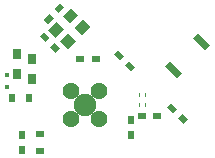
<source format=gtp>
G04 DipTrace 2.4.0.2*
%IN1dBBLE.gtp*%
%MOIN*%
%ADD28C,0.075*%
%ADD29C,0.0562*%
%ADD46O,0.0X0.0177*%
%ADD48O,0.0177X0.0*%
%ADD50R,0.0118X0.0157*%
%ADD52R,0.0217X0.0276*%
%ADD58R,0.0276X0.0217*%
%ADD60R,0.0197X0.0276*%
%ADD62R,0.0315X0.0354*%
%ADD64R,0.0276X0.0197*%
%FSLAX44Y44*%
G04*
G70*
G90*
G75*
G01*
%LNTopPaste*%
%LPD*%
G36*
X9785Y7318D2*
X9952Y7486D1*
X10341Y7096D1*
X10174Y6929D1*
X9785Y7318D1*
G37*
G36*
X10731Y8265D2*
X10898Y8432D1*
X11288Y8042D1*
X11121Y7875D1*
X10731Y8265D1*
G37*
G36*
X9156Y6284D2*
X9137D1*
Y6422D1*
X9156D1*
Y6284D1*
G37*
G36*
X8959D2*
X8940D1*
Y6422D1*
X8959D1*
Y6284D1*
G37*
G36*
X8762D2*
X8743D1*
Y6422D1*
X8762D1*
Y6284D1*
G37*
G36*
Y5950D2*
X8743D1*
Y6087D1*
X8762D1*
Y5950D1*
G37*
G36*
X8959D2*
X8940D1*
Y6087D1*
X8959D1*
Y5950D1*
G37*
G36*
X9156D2*
X9137D1*
Y6087D1*
X9156D1*
Y5950D1*
G37*
G36*
X6245Y9091D2*
X6106Y9230D1*
X6301Y9425D1*
X6440Y9285D1*
X6245Y9091D1*
G37*
G36*
X5884Y8729D2*
X5744Y8868D1*
X5939Y9063D1*
X6078Y8924D1*
X5884Y8729D1*
G37*
G36*
X6304Y7915D2*
X6165Y7775D1*
X5970Y7970D1*
X6109Y8109D1*
X6304Y7915D1*
G37*
G36*
X5942Y8276D2*
X5803Y8137D1*
X5608Y8332D1*
X5747Y8471D1*
X5942Y8276D1*
G37*
D64*
X9025Y5680D3*
X9537D3*
D62*
X5348Y6895D3*
Y7564D3*
D64*
X7484Y7550D3*
X6972D3*
G36*
X8452Y7368D2*
X8591Y7508D1*
X8786Y7313D1*
X8647Y7174D1*
X8452Y7368D1*
G37*
G36*
X8090Y7730D2*
X8229Y7869D1*
X8424Y7675D1*
X8285Y7535D1*
X8090Y7730D1*
G37*
D60*
X8645Y5535D3*
Y5023D3*
X5007Y5041D3*
Y4529D3*
D62*
X4862Y7073D3*
Y7742D3*
D58*
X5612Y5058D3*
Y4507D3*
D52*
X5250Y6273D3*
X4699D3*
D50*
X4520Y6642D3*
Y7036D3*
G36*
X10185Y5913D2*
X10046Y5774D1*
X9851Y5969D1*
X9990Y6108D1*
X10185Y5913D1*
G37*
G36*
X10547Y5551D2*
X10408Y5412D1*
X10213Y5607D1*
X10352Y5746D1*
X10547Y5551D1*
G37*
D28*
X7124Y6033D3*
D29*
X6655Y6502D3*
X7593D3*
Y5565D3*
X6655D3*
D48*
X5933Y6900D3*
Y6742D3*
Y6585D3*
Y6427D3*
Y6270D3*
Y6112D3*
Y5955D3*
Y5797D3*
Y5640D3*
Y5482D3*
Y5325D3*
Y5167D3*
D46*
X6258Y4842D3*
X6415D3*
X6573D3*
X6730D3*
X6888D3*
X7045D3*
X7203D3*
X7360D3*
X7518D3*
X7675D3*
X7833D3*
X7990D3*
D48*
X8315Y5167D3*
Y5325D3*
Y5482D3*
Y5640D3*
Y5797D3*
Y5955D3*
Y6112D3*
Y6270D3*
Y6427D3*
Y6585D3*
Y6742D3*
Y6900D3*
D46*
X7990Y7224D3*
X7833D3*
X7675D3*
X7518D3*
X7360D3*
X7203D3*
X7045D3*
X6888D3*
X6730D3*
X6573D3*
X6415D3*
X6258D3*
G36*
X6905Y9028D2*
X6627Y8749D1*
X6376Y9000D1*
X6655Y9278D1*
X6905Y9028D1*
G37*
G36*
X6432Y8555D2*
X6154Y8276D1*
X5903Y8527D1*
X6181Y8805D1*
X6432Y8555D1*
G37*
G36*
X6822Y8165D2*
X6543Y7886D1*
X6293Y8137D1*
X6571Y8415D1*
X6822Y8165D1*
G37*
G36*
X7295Y8638D2*
X7017Y8360D1*
X6766Y8610D1*
X7044Y8889D1*
X7295Y8638D1*
G37*
M02*

</source>
